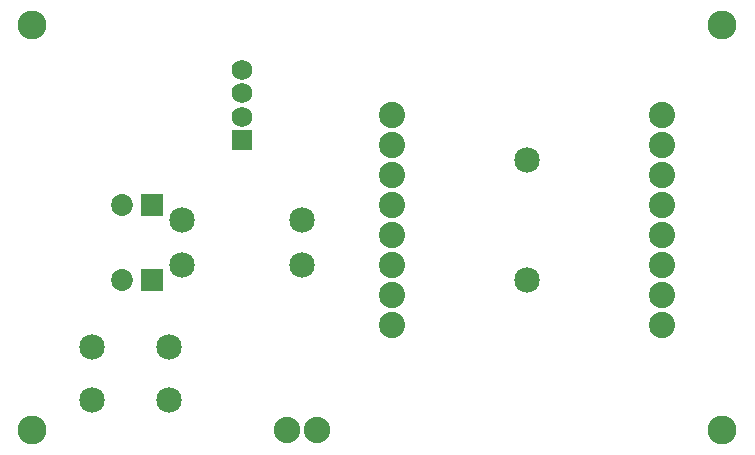
<source format=gbs>
G04 MADE WITH FRITZING*
G04 WWW.FRITZING.ORG*
G04 DOUBLE SIDED*
G04 HOLES PLATED*
G04 CONTOUR ON CENTER OF CONTOUR VECTOR*
%ASAXBY*%
%FSLAX23Y23*%
%MOIN*%
%OFA0B0*%
%SFA1.0B1.0*%
%ADD10C,0.088000*%
%ADD11C,0.085000*%
%ADD12C,0.069200*%
%ADD13C,0.096614*%
%ADD14C,0.072992*%
%ADD15C,0.087778*%
%ADD16R,0.069200X0.069200*%
%ADD17R,0.072992X0.072992*%
%LNMASK0*%
G90*
G70*
G54D10*
X942Y91D03*
X1042Y91D03*
G54D11*
X1742Y991D03*
X1742Y591D03*
G54D12*
X792Y1055D03*
X792Y1291D03*
X792Y1212D03*
X792Y1133D03*
G54D13*
X92Y91D03*
X92Y1441D03*
X2392Y1441D03*
X2392Y91D03*
G54D14*
X490Y841D03*
X392Y841D03*
X490Y591D03*
X392Y591D03*
G54D11*
X592Y791D03*
X992Y791D03*
X592Y641D03*
X992Y641D03*
G54D15*
X2192Y1141D03*
X2192Y1041D03*
X2192Y941D03*
X2192Y841D03*
X2192Y741D03*
X2192Y641D03*
X2192Y541D03*
X2192Y441D03*
X1292Y441D03*
X1292Y541D03*
X1292Y641D03*
X1292Y741D03*
X1292Y841D03*
X1292Y941D03*
X1292Y1041D03*
X1292Y1141D03*
X2192Y1141D03*
X2192Y1041D03*
X2192Y941D03*
X2192Y841D03*
X2192Y741D03*
X2192Y641D03*
X2192Y541D03*
X2192Y441D03*
X1292Y441D03*
X1292Y541D03*
X1292Y641D03*
X1292Y741D03*
X1292Y841D03*
X1292Y941D03*
X1292Y1041D03*
X1292Y1141D03*
G54D11*
X548Y191D03*
X292Y191D03*
X548Y368D03*
X292Y368D03*
G54D16*
X792Y1055D03*
G54D17*
X490Y841D03*
X490Y591D03*
G04 End of Mask0*
M02*
</source>
